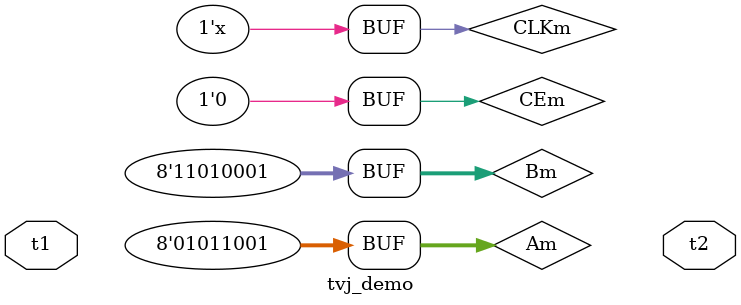
<source format=v>
module tvj_demo( 
  input t1, 
  output t2 
  ); 
  reg [7:0] Am,Bm; 
  wire [7:0] Sm; 
  reg CLKm=0,CEm=0; 
  c_addsub_1 myadder ( 
  .A(Am),     // input wire [7 : 0] A
  .B(Bm),     // input wire [7 : 0] B
  .CLK(CLKm), // input wire CLK
  .CE(CEm),   // input wire CE
  .S(Sm)      // output wire [7 : 0] S
  );
  always #2 CLKm = ~CLKm;
  initial begin
    #2;
    CEm = 1;
    Am = 38;
    Bm = 88;
    #6; 
    Am = 55;
    Bm = -24;
    #5;
    Am = -70;
    Bm = -38;
    #5;
    CEm = 0;
    Am = 8'b1011001;
    Bm = 8'b11010001;
    #20;
  end
endmodule

</source>
